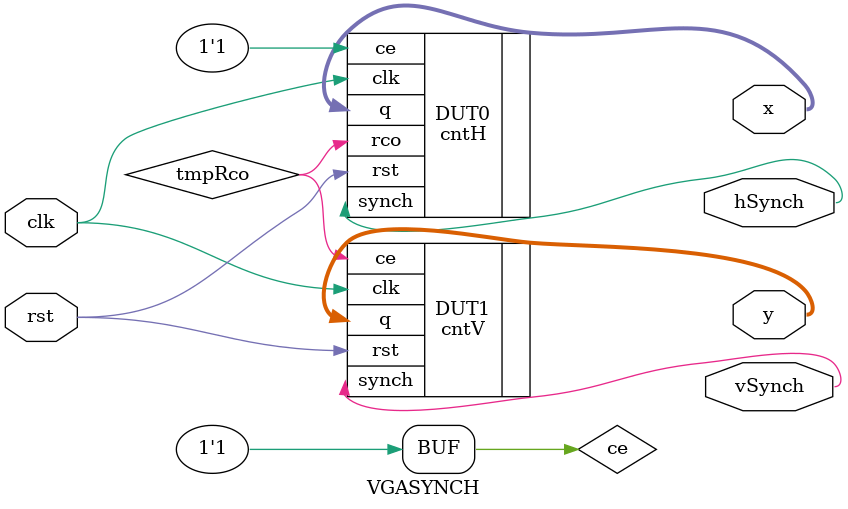
<source format=v>
`timescale 1ns / 1ps


module VGASYNCH(
    input clk,
    input rst, // utilizata pt initializarea starii numaratoarelor pe 0 
    output hSynch, // semnal de sinc pe orizontala
    output vSynch, // semnal de sinc pe verticala 
    output [9:0]x, //  [N-1]x ~ N =dim iesirea nr CNT
    output [9:0]y 
    );
    
    wire tmpRco;
    wire ce=1'b1;
    
    cntH DUT0(
        .ce(ce),
        .clk(clk),
        .rst(rst),
        .synch(hSynch), // == puls de sincronizare pe orizonatala 
        .q(x), // punct de afisare x
        .rco(tmpRco)
    );
    
    cntV DUT1(
        .ce(tmpRco),
        .rst(rst),
        .clk(clk),
        .q(y),
        .synch(vSynch) // puls sincronizare pe verticala 
    );
    
    
    
    
    
endmodule
</source>
